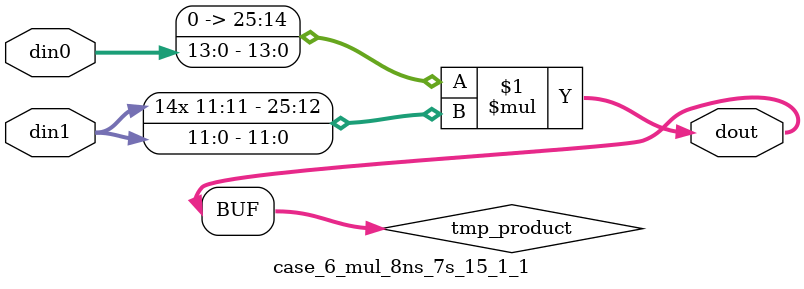
<source format=v>

`timescale 1 ns / 1 ps

 (* use_dsp = "no" *)  module case_6_mul_8ns_7s_15_1_1(din0, din1, dout);
parameter ID = 1;
parameter NUM_STAGE = 0;
parameter din0_WIDTH = 14;
parameter din1_WIDTH = 12;
parameter dout_WIDTH = 26;

input [din0_WIDTH - 1 : 0] din0; 
input [din1_WIDTH - 1 : 0] din1; 
output [dout_WIDTH - 1 : 0] dout;

wire signed [dout_WIDTH - 1 : 0] tmp_product;

























assign tmp_product = $signed({1'b0, din0}) * $signed(din1);










assign dout = tmp_product;





















endmodule

</source>
